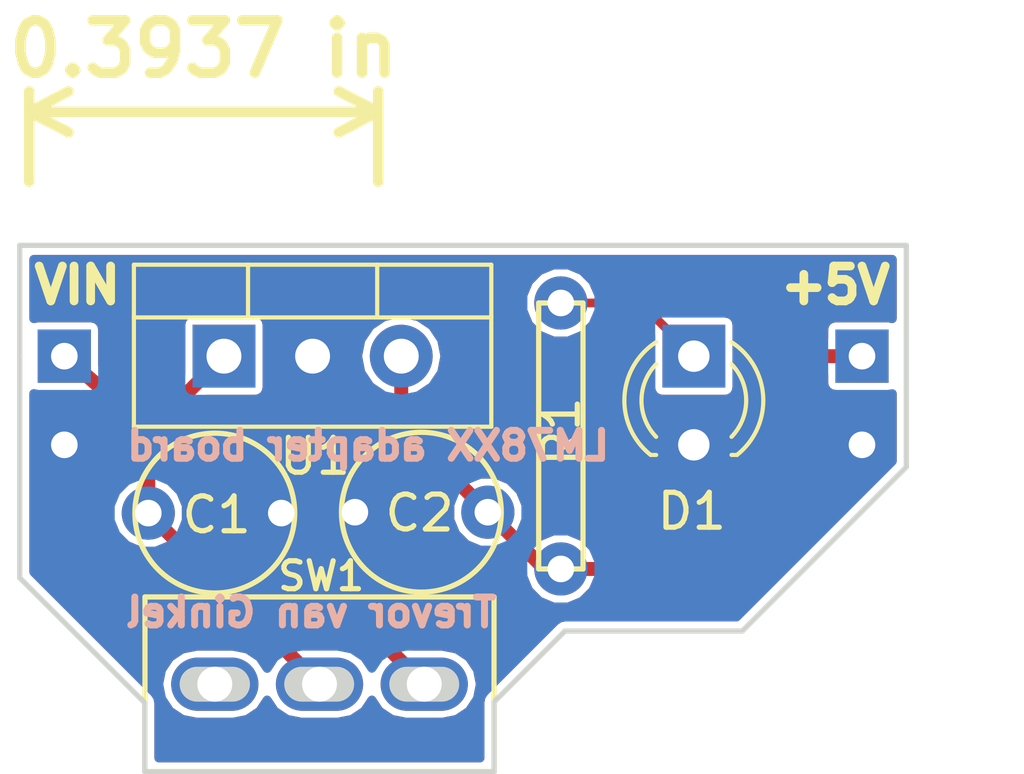
<source format=kicad_pcb>
(kicad_pcb (version 4) (host pcbnew 4.0.5)

  (general
    (links 12)
    (no_connects 0)
    (area 128.694999 85.649999 154.245001 100.887601)
    (thickness 1.6)
    (drawings 19)
    (tracks 24)
    (zones 0)
    (modules 8)
    (nets 6)
  )

  (page A4)
  (layers
    (0 F.Cu signal)
    (31 B.Cu signal)
    (32 B.Adhes user)
    (33 F.Adhes user)
    (34 B.Paste user)
    (35 F.Paste user)
    (36 B.SilkS user)
    (37 F.SilkS user)
    (38 B.Mask user)
    (39 F.Mask user)
    (40 Dwgs.User user)
    (41 Cmts.User user)
    (42 Eco1.User user)
    (43 Eco2.User user)
    (44 Edge.Cuts user)
    (45 Margin user)
    (46 B.CrtYd user)
    (47 F.CrtYd user)
    (48 B.Fab user)
    (49 F.Fab user)
  )

  (setup
    (last_trace_width 0.25)
    (trace_clearance 0.16)
    (zone_clearance 0.2)
    (zone_45_only no)
    (trace_min 0.2)
    (segment_width 0.2)
    (edge_width 0.15)
    (via_size 0.6)
    (via_drill 0.4)
    (via_min_size 0.4)
    (via_min_drill 0.3)
    (uvia_size 0.3)
    (uvia_drill 0.1)
    (uvias_allowed no)
    (uvia_min_size 0.2)
    (uvia_min_drill 0.1)
    (pcb_text_width 0.3)
    (pcb_text_size 1.5 1.5)
    (mod_edge_width 0.15)
    (mod_text_size 1 1)
    (mod_text_width 0.15)
    (pad_size 2.5 1.524)
    (pad_drill 1)
    (pad_to_mask_clearance 0.2)
    (aux_axis_origin 0 0)
    (grid_origin 130.04 88.9)
    (visible_elements 7FFEFFFF)
    (pcbplotparams
      (layerselection 0x3ffff_80000001)
      (usegerberextensions false)
      (excludeedgelayer true)
      (linewidth 0.100000)
      (plotframeref false)
      (viasonmask false)
      (mode 1)
      (useauxorigin false)
      (hpglpennumber 1)
      (hpglpenspeed 20)
      (hpglpendiameter 15)
      (hpglpenoverlay 2)
      (psnegative false)
      (psa4output false)
      (plotreference true)
      (plotvalue true)
      (plotinvisibletext false)
      (padsonsilk false)
      (subtractmaskfromsilk false)
      (outputformat 0)
      (mirror false)
      (drillshape 0)
      (scaleselection 1)
      (outputdirectory G:/gerbers/))
  )

  (net 0 "")
  (net 1 "Net-(C1-Pad1)")
  (net 2 GND)
  (net 3 "Net-(C2-Pad1)")
  (net 4 "Net-(D1-Pad2)")
  (net 5 "Net-(P1-Pad2)")

  (net_class Default "This is the default net class."
    (clearance 0.16)
    (trace_width 0.25)
    (via_dia 0.6)
    (via_drill 0.4)
    (uvia_dia 0.3)
    (uvia_drill 0.1)
    (add_net "Net-(D1-Pad2)")
  )

  (net_class POWER ""
    (clearance 0.16)
    (trace_width 0.4)
    (via_dia 0.6)
    (via_drill 0.4)
    (uvia_dia 0.3)
    (uvia_drill 0.1)
    (add_net GND)
    (add_net "Net-(C1-Pad1)")
    (add_net "Net-(C2-Pad1)")
    (add_net "Net-(P1-Pad2)")
  )

  (module switch (layer F.Cu) (tedit 5914D1B8) (tstamp 591379E7)
    (at 134.358 98.298)
    (path /59137B8B)
    (fp_text reference SW1 (at 3.048 -3.0988) (layer F.SilkS)
      (effects (font (size 0.8 0.8) (thickness 0.15)))
    )
    (fp_text value SW_Push_SPDT (at 5 -5) (layer F.Fab)
      (effects (font (size 1 1) (thickness 0.15)))
    )
    (fp_line (start -2 0) (end -2 2.5) (layer F.SilkS) (width 0.15))
    (fp_line (start -2 2.5) (end 0 2.5) (layer F.SilkS) (width 0.15))
    (fp_line (start -2 0) (end -2 -2.5) (layer F.SilkS) (width 0.15))
    (fp_line (start -2 -2.5) (end 0 -2.5) (layer F.SilkS) (width 0.15))
    (fp_line (start 6 -2.5) (end 8 -2.5) (layer F.SilkS) (width 0.15))
    (fp_line (start 8 0) (end 8 2.5) (layer F.SilkS) (width 0.15))
    (fp_line (start 8 2.5) (end 6 2.5) (layer F.SilkS) (width 0.15))
    (fp_line (start 8 0) (end 8 -2.5) (layer F.SilkS) (width 0.15))
    (fp_line (start 0 -2.5) (end 6 -2.5) (layer F.SilkS) (width 0.15))
    (fp_line (start 0 2.5) (end 6 2.5) (layer F.SilkS) (width 0.15))
    (pad 3 thru_hole oval (at 6 0) (size 2.5 1.524) (drill 1) (layers *.Cu *.Mask)
      (net 1 "Net-(C1-Pad1)"))
    (pad 2 thru_hole oval (at 3 0) (size 2.5 1.524) (drill 1) (layers *.Cu *.Mask)
      (net 5 "Net-(P1-Pad2)"))
    (pad 1 thru_hole oval (at 0 0) (size 2.5 1.524) (drill oval 1) (layers *.Cu *.Mask))
  )

  (module multimeter:std_resistor (layer F.Cu) (tedit 5914D1E1) (tstamp 59118C70)
    (at 144.272 94.996 90)
    (path /59035664)
    (fp_text reference R1 (at 3.937 0.0174 90) (layer F.SilkS)
      (effects (font (size 1 1) (thickness 0.15)))
    )
    (fp_text value 100R (at 4.6 -4.8 90) (layer F.Fab)
      (effects (font (size 1 1) (thickness 0.15)))
    )
    (fp_line (start 0 -0.635) (end 7.62 -0.635) (layer F.SilkS) (width 0.15))
    (fp_line (start 7.62 -0.635) (end 7.62 0.635) (layer F.SilkS) (width 0.15))
    (fp_line (start 7.62 0.635) (end 0 0.635) (layer F.SilkS) (width 0.15))
    (fp_line (start 0 0.635) (end 0 -0.635) (layer F.SilkS) (width 0.15))
    (pad 1 thru_hole circle (at 0 0 90) (size 1.524 1.524) (drill 0.762) (layers *.Cu *.Mask)
      (net 3 "Net-(C2-Pad1)"))
    (pad 2 thru_hole circle (at 7.62 0 90) (size 1.524 1.524) (drill 0.762) (layers *.Cu *.Mask)
      (net 4 "Net-(D1-Pad2)"))
  )

  (module TO_SOT_Packages_THT:TO-220_Vertical (layer F.Cu) (tedit 5914D204) (tstamp 59118CD5)
    (at 134.62 88.9)
    (descr "TO-220, Vertical, RM 2.54mm")
    (tags "TO-220 Vertical RM 2.54mm")
    (path /5903518E)
    (fp_text reference U1 (at 2.6082 2.8702) (layer F.SilkS)
      (effects (font (size 1 1) (thickness 0.15)))
    )
    (fp_text value LM7805 (at 2.54 3.92) (layer F.Fab)
      (effects (font (size 1 1) (thickness 0.15)))
    )
    (fp_text user %R (at 2.54 -3.62) (layer F.Fab)
      (effects (font (size 1 1) (thickness 0.15)))
    )
    (fp_line (start -2.46 -2.5) (end -2.46 1.9) (layer F.Fab) (width 0.1))
    (fp_line (start -2.46 1.9) (end 7.54 1.9) (layer F.Fab) (width 0.1))
    (fp_line (start 7.54 1.9) (end 7.54 -2.5) (layer F.Fab) (width 0.1))
    (fp_line (start 7.54 -2.5) (end -2.46 -2.5) (layer F.Fab) (width 0.1))
    (fp_line (start -2.46 -1.23) (end 7.54 -1.23) (layer F.Fab) (width 0.1))
    (fp_line (start 0.69 -2.5) (end 0.69 -1.23) (layer F.Fab) (width 0.1))
    (fp_line (start 4.39 -2.5) (end 4.39 -1.23) (layer F.Fab) (width 0.1))
    (fp_line (start -2.58 -2.62) (end 7.66 -2.62) (layer F.SilkS) (width 0.12))
    (fp_line (start -2.58 2.021) (end 7.66 2.021) (layer F.SilkS) (width 0.12))
    (fp_line (start -2.58 -2.62) (end -2.58 2.021) (layer F.SilkS) (width 0.12))
    (fp_line (start 7.66 -2.62) (end 7.66 2.021) (layer F.SilkS) (width 0.12))
    (fp_line (start -2.58 -1.11) (end 7.66 -1.11) (layer F.SilkS) (width 0.12))
    (fp_line (start 0.69 -2.62) (end 0.69 -1.11) (layer F.SilkS) (width 0.12))
    (fp_line (start 4.391 -2.62) (end 4.391 -1.11) (layer F.SilkS) (width 0.12))
    (fp_line (start -2.71 -2.75) (end -2.71 2.16) (layer F.CrtYd) (width 0.05))
    (fp_line (start -2.71 2.16) (end 7.79 2.16) (layer F.CrtYd) (width 0.05))
    (fp_line (start 7.79 2.16) (end 7.79 -2.75) (layer F.CrtYd) (width 0.05))
    (fp_line (start 7.79 -2.75) (end -2.71 -2.75) (layer F.CrtYd) (width 0.05))
    (pad 1 thru_hole rect (at 0 0) (size 1.8 1.8) (drill 1) (layers *.Cu *.Mask)
      (net 1 "Net-(C1-Pad1)"))
    (pad 2 thru_hole oval (at 2.54 0) (size 1.8 1.8) (drill 1) (layers *.Cu *.Mask)
      (net 2 GND))
    (pad 3 thru_hole oval (at 5.08 0) (size 1.8 1.8) (drill 1) (layers *.Cu *.Mask)
      (net 3 "Net-(C2-Pad1)"))
    (model ${KISYS3DMOD}/TO_SOT_Packages_THT.3dshapes/TO-220_Vertical.wrl
      (at (xyz 0.1 0 0))
      (scale (xyz 0.393701 0.393701 0.393701))
      (rotate (xyz 0 0 0))
    )
  )

  (module multimeter:std_cap (layer F.Cu) (tedit 5914D1FE) (tstamp 59118C58)
    (at 142.1812 93.3704 180)
    (path /59035267)
    (fp_text reference C2 (at 1.9558 -0.0254 180) (layer F.SilkS)
      (effects (font (size 1 1) (thickness 0.15)))
    )
    (fp_text value 0.1uF (at 5.08 -3.175 180) (layer F.Fab)
      (effects (font (size 1 1) (thickness 0.15)))
    )
    (fp_circle (center 1.905 0) (end 3.81 -1.27) (layer F.SilkS) (width 0.15))
    (pad 1 thru_hole circle (at 0 0 180) (size 1.524 1.524) (drill 0.762) (layers *.Cu *.Mask)
      (net 3 "Net-(C2-Pad1)"))
    (pad 2 thru_hole circle (at 3.81 0 180) (size 1.524 1.524) (drill 0.762) (layers *.Cu *.Mask)
      (net 2 GND))
  )

  (module multimeter:std_cap (layer F.Cu) (tedit 5914D1F9) (tstamp 59118C51)
    (at 132.453 93.3958)
    (path /59035222)
    (fp_text reference C1 (at 1.9558 0.0508) (layer F.SilkS)
      (effects (font (size 1 1) (thickness 0.15)))
    )
    (fp_text value 0.33uF (at 5.08 -3.175) (layer F.Fab)
      (effects (font (size 1 1) (thickness 0.15)))
    )
    (fp_circle (center 1.905 0) (end 3.81 -1.27) (layer F.SilkS) (width 0.15))
    (pad 1 thru_hole circle (at 0 0) (size 1.524 1.524) (drill 0.762) (layers *.Cu *.Mask)
      (net 1 "Net-(C1-Pad1)"))
    (pad 2 thru_hole circle (at 3.81 0) (size 1.524 1.524) (drill 0.762) (layers *.Cu *.Mask)
      (net 2 GND))
  )

  (module multimeter:std_wirepads (layer F.Cu) (tedit 591417F2) (tstamp 59118E4E)
    (at 130.048 91.44 90)
    (path /5903551B)
    (fp_text reference P1 (at -2.0574 0.1063 180) (layer F.SilkS) hide
      (effects (font (size 1 1) (thickness 0.15)))
    )
    (fp_text value INPUTV (at 1.27 1.27 90) (layer F.Fab)
      (effects (font (size 1 1) (thickness 0.15)))
    )
    (pad 1 thru_hole circle (at 0 0 90) (size 1.524 1.524) (drill 0.762) (layers *.Cu *.Mask)
      (net 2 GND))
    (pad 2 thru_hole rect (at 2.54 0 90) (size 1.524 1.524) (drill 0.762) (layers *.Cu *.Mask)
      (net 5 "Net-(P1-Pad2)"))
  )

  (module multimeter:std_wirepads (layer F.Cu) (tedit 591417F8) (tstamp 59118E53)
    (at 152.9 88.9 270)
    (path /590357D0)
    (fp_text reference P2 (at 0 1.778 270) (layer F.SilkS) hide
      (effects (font (size 1 1) (thickness 0.15)))
    )
    (fp_text value OUTPUTV (at 1.905 -3.81 270) (layer F.Fab)
      (effects (font (size 1 1) (thickness 0.15)))
    )
    (pad 1 thru_hole rect (at 0 0 270) (size 1.524 1.524) (drill 0.762) (layers *.Cu *.Mask)
      (net 3 "Net-(C2-Pad1)"))
    (pad 2 thru_hole circle (at 2.54 0 270) (size 1.524 1.524) (drill 0.762) (layers *.Cu *.Mask)
      (net 2 GND))
  )

  (module LEDs:LED_D3.0mm (layer F.Cu) (tedit 5914D1C8) (tstamp 59118F6B)
    (at 148.082 91.44 90)
    (descr "LED, diameter 3.0mm, 2 pins")
    (tags "LED diameter 3.0mm 2 pins")
    (path /5903569B)
    (fp_text reference D1 (at -1.905 -0.0588 180) (layer F.SilkS)
      (effects (font (size 1 1) (thickness 0.15)))
    )
    (fp_text value LED (at 1.27 2.96 90) (layer F.Fab)
      (effects (font (size 1 1) (thickness 0.15)))
    )
    (fp_arc (start 1.27 0) (end -0.23 -1.16619) (angle 284.3) (layer F.Fab) (width 0.1))
    (fp_arc (start 1.27 0) (end -0.29 -1.235516) (angle 108.8) (layer F.SilkS) (width 0.12))
    (fp_arc (start 1.27 0) (end -0.29 1.235516) (angle -108.8) (layer F.SilkS) (width 0.12))
    (fp_arc (start 1.27 0) (end 0.229039 -1.08) (angle 87.9) (layer F.SilkS) (width 0.12))
    (fp_arc (start 1.27 0) (end 0.229039 1.08) (angle -87.9) (layer F.SilkS) (width 0.12))
    (fp_circle (center 1.27 0) (end 2.77 0) (layer F.Fab) (width 0.1))
    (fp_line (start -0.23 -1.16619) (end -0.23 1.16619) (layer F.Fab) (width 0.1))
    (fp_line (start -0.29 -1.236) (end -0.29 -1.08) (layer F.SilkS) (width 0.12))
    (fp_line (start -0.29 1.08) (end -0.29 1.236) (layer F.SilkS) (width 0.12))
    (fp_line (start -1.15 -2.25) (end -1.15 2.25) (layer F.CrtYd) (width 0.05))
    (fp_line (start -1.15 2.25) (end 3.7 2.25) (layer F.CrtYd) (width 0.05))
    (fp_line (start 3.7 2.25) (end 3.7 -2.25) (layer F.CrtYd) (width 0.05))
    (fp_line (start 3.7 -2.25) (end -1.15 -2.25) (layer F.CrtYd) (width 0.05))
    (pad 1 thru_hole circle (at 0 0 90) (size 1.8 1.8) (drill 0.9) (layers *.Cu *.Mask)
      (net 2 GND))
    (pad 2 thru_hole rect (at 2.54 0 90) (size 1.8 1.8) (drill 0.9) (layers *.Cu *.Mask)
      (net 4 "Net-(D1-Pad2)"))
    (model LEDs.3dshapes/LED_D3.0mm.wrl
      (at (xyz 0 0 0))
      (scale (xyz 0.393701 0.393701 0.393701))
      (rotate (xyz 0 0 0))
    )
  )

  (gr_line (start 142.359 98.806) (end 142.359 100.8126) (angle 90) (layer Edge.Cuts) (width 0.15))
  (gr_line (start 144.391 96.774) (end 142.359 98.806) (angle 90) (layer Edge.Cuts) (width 0.15))
  (gr_line (start 132.3514 100.8126) (end 142.359 100.8126) (angle 90) (layer Edge.Cuts) (width 0.15))
  (gr_line (start 132.3514 98.8314) (end 132.3514 100.8126) (angle 90) (layer Edge.Cuts) (width 0.15))
  (gr_line (start 132.3514 98.8314) (end 128.77 95.25) (angle 90) (layer Edge.Cuts) (width 0.15))
  (dimension 10 (width 0.3) (layer F.SilkS)
    (gr_text "10.000 mm" (at 136.04 77.9) (layer F.SilkS)
      (effects (font (size 1.5 1.5) (thickness 0.3)))
    )
    (feature1 (pts (xy 139.04 83.9) (xy 139.04 79.2)))
    (feature2 (pts (xy 129.04 83.9) (xy 129.04 79.2)))
    (crossbar (pts (xy 129.04 81.9) (xy 139.04 81.9)))
    (arrow1a (pts (xy 139.04 81.9) (xy 137.913496 82.486421)))
    (arrow1b (pts (xy 139.04 81.9) (xy 137.913496 81.313579)))
    (arrow2a (pts (xy 129.04 81.9) (xy 130.166504 82.486421)))
    (arrow2b (pts (xy 129.04 81.9) (xy 130.166504 81.313579)))
  )
  (gr_text "Trevor van Ginkel" (at 137.1139 96.2406) (layer B.SilkS)
    (effects (font (size 0.8 0.8) (thickness 0.2)) (justify mirror))
  )
  (gr_text "LM78XX adapter board" (at 138.7522 91.4654) (layer B.SilkS)
    (effects (font (size 0.8 0.8) (thickness 0.2)) (justify mirror))
  )
  (gr_line (start 139.8571 98.298) (end 140.8604 98.298) (angle 90) (layer Edge.Cuts) (width 1))
  (gr_line (start 136.8472 98.298) (end 137.8505 98.298) (angle 90) (layer Edge.Cuts) (width 1))
  (gr_line (start 133.85 98.298) (end 134.866 98.298) (angle 90) (layer Edge.Cuts) (width 1))
  (gr_line (start 144.391 96.774) (end 149.471 96.774) (angle 90) (layer Edge.Cuts) (width 0.15))
  (gr_line (start 128.77 88.9) (end 128.77 95.25) (angle 90) (layer Edge.Cuts) (width 0.15))
  (gr_line (start 154.17 85.725) (end 154.17 92.075) (angle 90) (layer Edge.Cuts) (width 0.15))
  (gr_line (start 154.17 92.075) (end 149.471 96.774) (angle 90) (layer Edge.Cuts) (width 0.15))
  (gr_text VIN (at 130.421 86.868) (layer F.SilkS)
    (effects (font (size 1 1) (thickness 0.25)))
  )
  (gr_text +5V (at 152.138 86.868) (layer F.SilkS)
    (effects (font (size 1 1) (thickness 0.25)))
  )
  (gr_line (start 128.77 85.725) (end 154.17 85.725) (angle 90) (layer Edge.Cuts) (width 0.15))
  (gr_line (start 128.77 88.9) (end 128.77 85.725) (angle 90) (layer Edge.Cuts) (width 0.15))

  (segment (start 132.453 93.3958) (end 134.0278 94.9706) (width 0.4) (layer F.Cu) (net 1) (status 400000))
  (segment (start 137.0306 94.9706) (end 140.358 98.298) (width 0.4) (layer F.Cu) (net 1) (tstamp 5914CF00) (status 800000))
  (segment (start 134.0278 94.9706) (end 137.0306 94.9706) (width 0.4) (layer F.Cu) (net 1) (tstamp 5914CEFF))
  (segment (start 132.453 93.3958) (end 132.453 91.067) (width 0.4) (layer F.Cu) (net 1))
  (segment (start 132.453 91.067) (end 134.62 88.9) (width 0.4) (layer F.Cu) (net 1) (tstamp 5914CEF1))
  (segment (start 142.1812 93.3704) (end 143.8068 94.996) (width 0.4) (layer F.Cu) (net 3) (status C00000))
  (segment (start 143.8068 94.996) (end 144.272 94.996) (width 0.4) (layer F.Cu) (net 3) (tstamp 5914CEFC) (status C00000))
  (segment (start 139.7 88.9) (end 139.7 90.8892) (width 0.4) (layer F.Cu) (net 3))
  (segment (start 139.7 90.8892) (end 142.1812 93.3704) (width 0.4) (layer F.Cu) (net 3) (tstamp 5914CEF5))
  (segment (start 152.9 88.9) (end 151.376 88.9) (width 0.4) (layer F.Cu) (net 3))
  (segment (start 147.947 94.996) (end 144.272 94.996) (width 0.4) (layer F.Cu) (net 3) (tstamp 5913726C))
  (segment (start 150.868 92.075) (end 147.947 94.996) (width 0.4) (layer F.Cu) (net 3) (tstamp 59137264))
  (segment (start 150.868 89.408) (end 150.868 92.075) (width 0.4) (layer F.Cu) (net 3) (tstamp 59137262))
  (segment (start 151.376 88.9) (end 150.868 89.408) (width 0.4) (layer F.Cu) (net 3) (tstamp 59137261))
  (segment (start 144.272 87.376) (end 146.558 87.376) (width 0.25) (layer F.Cu) (net 4))
  (segment (start 146.558 87.376) (end 148.082 88.9) (width 0.25) (layer F.Cu) (net 4) (tstamp 59137252))
  (segment (start 130.048 88.9) (end 131.564 90.2208) (width 0.4) (layer F.Cu) (net 5) (status 400000))
  (segment (start 135.1228 96.0628) (end 137.358 98.298) (width 0.4) (layer F.Cu) (net 5) (tstamp 5914CF11) (status 800000))
  (segment (start 133.088 96.0628) (end 135.1228 96.0628) (width 0.4) (layer F.Cu) (net 5) (tstamp 5914CF0E))
  (segment (start 131.056 94.0308) (end 133.088 96.0628) (width 0.4) (layer F.Cu) (net 5) (tstamp 5914CF0B))
  (segment (start 131.056 92.6592) (end 131.056 94.0308) (width 0.4) (layer F.Cu) (net 5) (tstamp 5914CF08))
  (segment (start 131.564 92.2782) (end 131.056 92.6592) (width 0.4) (layer F.Cu) (net 5) (tstamp 5914CF07))
  (segment (start 131.564 90.2208) (end 131.564 92.2782) (width 0.4) (layer F.Cu) (net 5) (tstamp 5914CF05))
  (segment (start 137.358 98.298) (end 137.358 97.869) (width 0.25) (layer B.Cu) (net 5))

  (zone (net 2) (net_name GND) (layer F.Cu) (tstamp 5914CD95) (hatch edge 0.508)
    (connect_pads yes (clearance 0.2))
    (min_thickness 0.254)
    (fill yes (arc_segments 16) (thermal_gap 0.508) (thermal_bridge_width 0.508))
    (polygon
      (pts
        (xy 154.17 92.075) (xy 149.471 96.774) (xy 144.391 96.774) (xy 142.359 98.806) (xy 142.359 100.8126)
        (xy 132.3514 100.8126) (xy 132.3514 98.8314) (xy 128.77 95.25) (xy 128.77 85.725) (xy 154.17 85.725)
      )
    )
    (filled_polygon
      (pts
        (xy 153.768 87.82606) (xy 153.662 87.804594) (xy 152.138 87.804594) (xy 152.016821 87.827395) (xy 151.905526 87.899012)
        (xy 151.830862 88.008286) (xy 151.804594 88.138) (xy 151.804594 88.373) (xy 151.376 88.373) (xy 151.174326 88.413115)
        (xy 151.174324 88.413116) (xy 151.174325 88.413116) (xy 151.003354 88.527355) (xy 150.495355 89.035355) (xy 150.381115 89.206325)
        (xy 150.381115 89.206326) (xy 150.341 89.408) (xy 150.341 91.85671) (xy 147.72871 94.469) (xy 145.232548 94.469)
        (xy 145.195748 94.379937) (xy 144.889674 94.073329) (xy 144.489566 93.907189) (xy 144.056335 93.906811) (xy 143.655937 94.072252)
        (xy 143.642128 94.086037) (xy 143.233055 93.676965) (xy 143.270011 93.587966) (xy 143.270389 93.154735) (xy 143.104948 92.754337)
        (xy 142.798874 92.447729) (xy 142.398766 92.281589) (xy 141.965535 92.281211) (xy 141.874794 92.318704) (xy 140.227 90.67091)
        (xy 140.227 90.011277) (xy 140.591658 89.76762) (xy 140.857638 89.369553) (xy 140.951038 88.9) (xy 140.857638 88.430447)
        (xy 140.591658 88.03238) (xy 140.193591 87.7664) (xy 139.724038 87.673) (xy 139.675962 87.673) (xy 139.206409 87.7664)
        (xy 138.808342 88.03238) (xy 138.542362 88.430447) (xy 138.448962 88.9) (xy 138.542362 89.369553) (xy 138.808342 89.76762)
        (xy 139.173 90.011277) (xy 139.173 90.8892) (xy 139.213115 91.090875) (xy 139.327355 91.261845) (xy 141.129345 93.063835)
        (xy 141.092389 93.152834) (xy 141.092011 93.586065) (xy 141.257452 93.986463) (xy 141.563526 94.293071) (xy 141.963634 94.459211)
        (xy 142.396865 94.459589) (xy 142.487605 94.422096) (xy 143.182893 95.117384) (xy 143.182811 95.211665) (xy 143.348252 95.612063)
        (xy 143.654326 95.918671) (xy 144.054434 96.084811) (xy 144.487665 96.085189) (xy 144.888063 95.919748) (xy 145.194671 95.613674)
        (xy 145.232322 95.523) (xy 147.947 95.523) (xy 148.148675 95.482885) (xy 148.319645 95.368645) (xy 151.240645 92.447645)
        (xy 151.354885 92.276675) (xy 151.395 92.075) (xy 151.395 89.62629) (xy 151.594291 89.427) (xy 151.804594 89.427)
        (xy 151.804594 89.662) (xy 151.827395 89.783179) (xy 151.899012 89.894474) (xy 152.008286 89.969138) (xy 152.138 89.995406)
        (xy 153.662 89.995406) (xy 153.768 89.975461) (xy 153.768 91.908486) (xy 149.304486 96.372) (xy 144.391 96.372)
        (xy 144.237161 96.4026) (xy 144.106743 96.489743) (xy 142.074743 98.521743) (xy 141.9876 98.652161) (xy 141.957 98.806)
        (xy 141.957 100.4106) (xy 132.7534 100.4106) (xy 132.7534 98.8314) (xy 132.7228 98.677561) (xy 132.635657 98.547143)
        (xy 129.172 95.083486) (xy 129.172 89.97232) (xy 129.286 89.995406) (xy 130.503039 89.995406) (xy 131.037 90.460615)
        (xy 131.037 92.0147) (xy 130.7398 92.2376) (xy 130.714662 92.265636) (xy 130.683355 92.286555) (xy 130.646645 92.341495)
        (xy 130.60253 92.390696) (xy 130.590035 92.426217) (xy 130.569115 92.457526) (xy 130.556223 92.522339) (xy 130.534297 92.584671)
        (xy 130.536346 92.622268) (xy 130.529 92.6592) (xy 130.529 94.0308) (xy 130.569115 94.232475) (xy 130.683355 94.403445)
        (xy 132.715355 96.435445) (xy 132.886325 96.549685) (xy 133.088 96.5898) (xy 134.90451 96.5898) (xy 135.978385 97.663675)
        (xy 135.858 97.843843) (xy 135.646934 97.527961) (xy 135.293637 97.291895) (xy 134.876895 97.209) (xy 133.839105 97.209)
        (xy 133.422363 97.291895) (xy 133.069066 97.527961) (xy 132.833 97.881258) (xy 132.750105 98.298) (xy 132.833 98.714742)
        (xy 133.069066 99.068039) (xy 133.422363 99.304105) (xy 133.839105 99.387) (xy 134.876895 99.387) (xy 135.293637 99.304105)
        (xy 135.646934 99.068039) (xy 135.858 98.752157) (xy 136.069066 99.068039) (xy 136.422363 99.304105) (xy 136.839105 99.387)
        (xy 137.876895 99.387) (xy 138.293637 99.304105) (xy 138.646934 99.068039) (xy 138.858 98.752157) (xy 139.069066 99.068039)
        (xy 139.422363 99.304105) (xy 139.839105 99.387) (xy 140.876895 99.387) (xy 141.293637 99.304105) (xy 141.646934 99.068039)
        (xy 141.883 98.714742) (xy 141.965895 98.298) (xy 141.883 97.881258) (xy 141.646934 97.527961) (xy 141.293637 97.291895)
        (xy 140.876895 97.209) (xy 140.01429 97.209) (xy 137.403245 94.597955) (xy 137.232275 94.483715) (xy 137.0306 94.4436)
        (xy 134.246091 94.4436) (xy 133.504855 93.702365) (xy 133.541811 93.613366) (xy 133.542189 93.180135) (xy 133.376748 92.779737)
        (xy 133.070674 92.473129) (xy 132.98 92.435478) (xy 132.98 91.28529) (xy 134.131884 90.133406) (xy 135.52 90.133406)
        (xy 135.641179 90.110605) (xy 135.752474 90.038988) (xy 135.827138 89.929714) (xy 135.853406 89.8) (xy 135.853406 88)
        (xy 135.830605 87.878821) (xy 135.758988 87.767526) (xy 135.649714 87.692862) (xy 135.52 87.666594) (xy 133.72 87.666594)
        (xy 133.598821 87.689395) (xy 133.487526 87.761012) (xy 133.412862 87.870286) (xy 133.386594 88) (xy 133.386594 89.388116)
        (xy 132.091 90.68371) (xy 132.091 90.2208) (xy 132.087422 90.202814) (xy 132.089757 90.184623) (xy 132.067477 90.102542)
        (xy 132.050885 90.019126) (xy 132.040696 90.003878) (xy 132.035892 89.986178) (xy 131.983894 89.918868) (xy 131.936645 89.848155)
        (xy 131.921397 89.837966) (xy 131.910185 89.823453) (xy 131.143406 89.155404) (xy 131.143406 88.138) (xy 131.120605 88.016821)
        (xy 131.048988 87.905526) (xy 130.939714 87.830862) (xy 130.81 87.804594) (xy 129.286 87.804594) (xy 129.172 87.826044)
        (xy 129.172 87.591665) (xy 143.182811 87.591665) (xy 143.348252 87.992063) (xy 143.654326 88.298671) (xy 144.054434 88.464811)
        (xy 144.487665 88.465189) (xy 144.888063 88.299748) (xy 145.194671 87.993674) (xy 145.263465 87.828) (xy 146.370776 87.828)
        (xy 146.848594 88.305818) (xy 146.848594 89.8) (xy 146.871395 89.921179) (xy 146.943012 90.032474) (xy 147.052286 90.107138)
        (xy 147.182 90.133406) (xy 148.982 90.133406) (xy 149.103179 90.110605) (xy 149.214474 90.038988) (xy 149.289138 89.929714)
        (xy 149.315406 89.8) (xy 149.315406 88) (xy 149.292605 87.878821) (xy 149.220988 87.767526) (xy 149.111714 87.692862)
        (xy 148.982 87.666594) (xy 147.487818 87.666594) (xy 146.877612 87.056388) (xy 146.730973 86.958406) (xy 146.558 86.924)
        (xy 145.263537 86.924) (xy 145.195748 86.759937) (xy 144.889674 86.453329) (xy 144.489566 86.287189) (xy 144.056335 86.286811)
        (xy 143.655937 86.452252) (xy 143.349329 86.758326) (xy 143.183189 87.158434) (xy 143.182811 87.591665) (xy 129.172 87.591665)
        (xy 129.172 86.127) (xy 153.768 86.127)
      )
    )
  )
  (zone (net 2) (net_name GND) (layer B.Cu) (tstamp 5914CF4C) (hatch edge 0.508)
    (connect_pads yes (clearance 0.2))
    (min_thickness 0.254)
    (fill yes (arc_segments 16) (thermal_gap 0.508) (thermal_bridge_width 0.508))
    (polygon
      (pts
        (xy 154.17 92.075) (xy 149.471 96.774) (xy 144.391 96.774) (xy 142.359 98.806) (xy 142.359 100.8126)
        (xy 132.3514 100.8126) (xy 132.3514 98.8314) (xy 128.77 95.25) (xy 128.77 85.725) (xy 154.17 85.725)
      )
    )
    (filled_polygon
      (pts
        (xy 153.768 87.82606) (xy 153.662 87.804594) (xy 152.138 87.804594) (xy 152.016821 87.827395) (xy 151.905526 87.899012)
        (xy 151.830862 88.008286) (xy 151.804594 88.138) (xy 151.804594 89.662) (xy 151.827395 89.783179) (xy 151.899012 89.894474)
        (xy 152.008286 89.969138) (xy 152.138 89.995406) (xy 153.662 89.995406) (xy 153.768 89.975461) (xy 153.768 91.908486)
        (xy 149.304486 96.372) (xy 144.391 96.372) (xy 144.237161 96.4026) (xy 144.106743 96.489743) (xy 142.074743 98.521743)
        (xy 141.9876 98.652161) (xy 141.957 98.806) (xy 141.957 100.4106) (xy 132.7534 100.4106) (xy 132.7534 98.8314)
        (xy 132.7228 98.677561) (xy 132.635657 98.547143) (xy 132.386514 98.298) (xy 132.750105 98.298) (xy 132.833 98.714742)
        (xy 133.069066 99.068039) (xy 133.422363 99.304105) (xy 133.839105 99.387) (xy 134.876895 99.387) (xy 135.293637 99.304105)
        (xy 135.646934 99.068039) (xy 135.858 98.752157) (xy 136.069066 99.068039) (xy 136.422363 99.304105) (xy 136.839105 99.387)
        (xy 137.876895 99.387) (xy 138.293637 99.304105) (xy 138.646934 99.068039) (xy 138.858 98.752157) (xy 139.069066 99.068039)
        (xy 139.422363 99.304105) (xy 139.839105 99.387) (xy 140.876895 99.387) (xy 141.293637 99.304105) (xy 141.646934 99.068039)
        (xy 141.883 98.714742) (xy 141.965895 98.298) (xy 141.883 97.881258) (xy 141.646934 97.527961) (xy 141.293637 97.291895)
        (xy 140.876895 97.209) (xy 139.839105 97.209) (xy 139.422363 97.291895) (xy 139.069066 97.527961) (xy 138.858 97.843843)
        (xy 138.646934 97.527961) (xy 138.293637 97.291895) (xy 137.876895 97.209) (xy 136.839105 97.209) (xy 136.422363 97.291895)
        (xy 136.069066 97.527961) (xy 135.858 97.843843) (xy 135.646934 97.527961) (xy 135.293637 97.291895) (xy 134.876895 97.209)
        (xy 133.839105 97.209) (xy 133.422363 97.291895) (xy 133.069066 97.527961) (xy 132.833 97.881258) (xy 132.750105 98.298)
        (xy 132.386514 98.298) (xy 129.300179 95.211665) (xy 143.182811 95.211665) (xy 143.348252 95.612063) (xy 143.654326 95.918671)
        (xy 144.054434 96.084811) (xy 144.487665 96.085189) (xy 144.888063 95.919748) (xy 145.194671 95.613674) (xy 145.360811 95.213566)
        (xy 145.361189 94.780335) (xy 145.195748 94.379937) (xy 144.889674 94.073329) (xy 144.489566 93.907189) (xy 144.056335 93.906811)
        (xy 143.655937 94.072252) (xy 143.349329 94.378326) (xy 143.183189 94.778434) (xy 143.182811 95.211665) (xy 129.300179 95.211665)
        (xy 129.172 95.083486) (xy 129.172 93.611465) (xy 131.363811 93.611465) (xy 131.529252 94.011863) (xy 131.835326 94.318471)
        (xy 132.235434 94.484611) (xy 132.668665 94.484989) (xy 133.069063 94.319548) (xy 133.375671 94.013474) (xy 133.541811 93.613366)
        (xy 133.541834 93.586065) (xy 141.092011 93.586065) (xy 141.257452 93.986463) (xy 141.563526 94.293071) (xy 141.963634 94.459211)
        (xy 142.396865 94.459589) (xy 142.797263 94.294148) (xy 143.103871 93.988074) (xy 143.270011 93.587966) (xy 143.270389 93.154735)
        (xy 143.104948 92.754337) (xy 142.798874 92.447729) (xy 142.398766 92.281589) (xy 141.965535 92.281211) (xy 141.565137 92.446652)
        (xy 141.258529 92.752726) (xy 141.092389 93.152834) (xy 141.092011 93.586065) (xy 133.541834 93.586065) (xy 133.542189 93.180135)
        (xy 133.376748 92.779737) (xy 133.070674 92.473129) (xy 132.670566 92.306989) (xy 132.237335 92.306611) (xy 131.836937 92.472052)
        (xy 131.530329 92.778126) (xy 131.364189 93.178234) (xy 131.363811 93.611465) (xy 129.172 93.611465) (xy 129.172 89.97232)
        (xy 129.286 89.995406) (xy 130.81 89.995406) (xy 130.931179 89.972605) (xy 131.042474 89.900988) (xy 131.117138 89.791714)
        (xy 131.143406 89.662) (xy 131.143406 88.138) (xy 131.120605 88.016821) (xy 131.109781 88) (xy 133.386594 88)
        (xy 133.386594 89.8) (xy 133.409395 89.921179) (xy 133.481012 90.032474) (xy 133.590286 90.107138) (xy 133.72 90.133406)
        (xy 135.52 90.133406) (xy 135.641179 90.110605) (xy 135.752474 90.038988) (xy 135.827138 89.929714) (xy 135.853406 89.8)
        (xy 135.853406 88.9) (xy 138.448962 88.9) (xy 138.542362 89.369553) (xy 138.808342 89.76762) (xy 139.206409 90.0336)
        (xy 139.675962 90.127) (xy 139.724038 90.127) (xy 140.193591 90.0336) (xy 140.591658 89.76762) (xy 140.857638 89.369553)
        (xy 140.951038 88.9) (xy 140.857638 88.430447) (xy 140.591658 88.03238) (xy 140.193591 87.7664) (xy 139.724038 87.673)
        (xy 139.675962 87.673) (xy 139.206409 87.7664) (xy 138.808342 88.03238) (xy 138.542362 88.430447) (xy 138.448962 88.9)
        (xy 135.853406 88.9) (xy 135.853406 88) (xy 135.830605 87.878821) (xy 135.758988 87.767526) (xy 135.649714 87.692862)
        (xy 135.52 87.666594) (xy 133.72 87.666594) (xy 133.598821 87.689395) (xy 133.487526 87.761012) (xy 133.412862 87.870286)
        (xy 133.386594 88) (xy 131.109781 88) (xy 131.048988 87.905526) (xy 130.939714 87.830862) (xy 130.81 87.804594)
        (xy 129.286 87.804594) (xy 129.172 87.826044) (xy 129.172 87.591665) (xy 143.182811 87.591665) (xy 143.348252 87.992063)
        (xy 143.654326 88.298671) (xy 144.054434 88.464811) (xy 144.487665 88.465189) (xy 144.888063 88.299748) (xy 145.188333 88)
        (xy 146.848594 88) (xy 146.848594 89.8) (xy 146.871395 89.921179) (xy 146.943012 90.032474) (xy 147.052286 90.107138)
        (xy 147.182 90.133406) (xy 148.982 90.133406) (xy 149.103179 90.110605) (xy 149.214474 90.038988) (xy 149.289138 89.929714)
        (xy 149.315406 89.8) (xy 149.315406 88) (xy 149.292605 87.878821) (xy 149.220988 87.767526) (xy 149.111714 87.692862)
        (xy 148.982 87.666594) (xy 147.182 87.666594) (xy 147.060821 87.689395) (xy 146.949526 87.761012) (xy 146.874862 87.870286)
        (xy 146.848594 88) (xy 145.188333 88) (xy 145.194671 87.993674) (xy 145.360811 87.593566) (xy 145.361189 87.160335)
        (xy 145.195748 86.759937) (xy 144.889674 86.453329) (xy 144.489566 86.287189) (xy 144.056335 86.286811) (xy 143.655937 86.452252)
        (xy 143.349329 86.758326) (xy 143.183189 87.158434) (xy 143.182811 87.591665) (xy 129.172 87.591665) (xy 129.172 86.127)
        (xy 153.768 86.127)
      )
    )
  )
)

</source>
